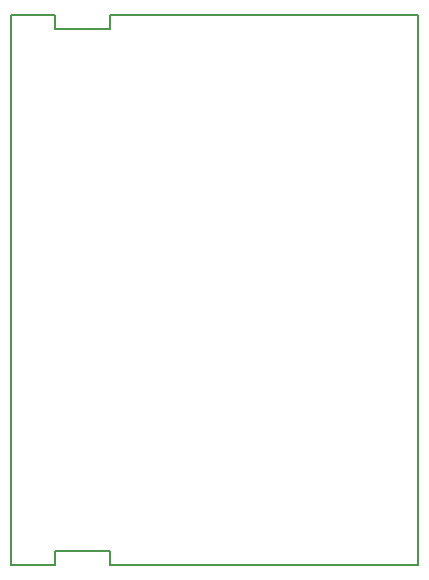
<source format=gbr>
G04 #@! TF.GenerationSoftware,KiCad,Pcbnew,8.0.1*
G04 #@! TF.CreationDate,2024-06-18T22:12:42-04:00*
G04 #@! TF.ProjectId,OdysseyDaughterCardHorizSyncGenerator,4f647973-7365-4794-9461-756768746572,1.0*
G04 #@! TF.SameCoordinates,Original*
G04 #@! TF.FileFunction,Profile,NP*
%FSLAX46Y46*%
G04 Gerber Fmt 4.6, Leading zero omitted, Abs format (unit mm)*
G04 Created by KiCad (PCBNEW 8.0.1) date 2024-06-18 22:12:42*
%MOMM*%
%LPD*%
G01*
G04 APERTURE LIST*
G04 #@! TA.AperFunction,Profile*
%ADD10C,0.150000*%
G04 #@! TD*
G04 APERTURE END LIST*
D10*
X126175000Y-77700000D02*
X122425000Y-77700000D01*
X156845000Y-77700000D02*
X130775000Y-77700000D01*
X126175000Y-78900000D02*
X126175000Y-77700000D01*
X122425000Y-124300000D02*
X126175000Y-124300000D01*
X130775000Y-124300000D02*
X156845000Y-124300000D01*
X130775000Y-77700000D02*
X130775000Y-78900000D01*
X126175000Y-123100000D02*
X130775000Y-123100000D01*
X122425000Y-124300000D02*
X122425000Y-77700000D01*
X130775000Y-123100000D02*
X130775000Y-124300000D01*
X156845000Y-77700000D02*
X156845000Y-124300000D01*
X126175000Y-124300000D02*
X126175000Y-123100000D01*
X130775000Y-78900000D02*
X126175000Y-78900000D01*
M02*

</source>
